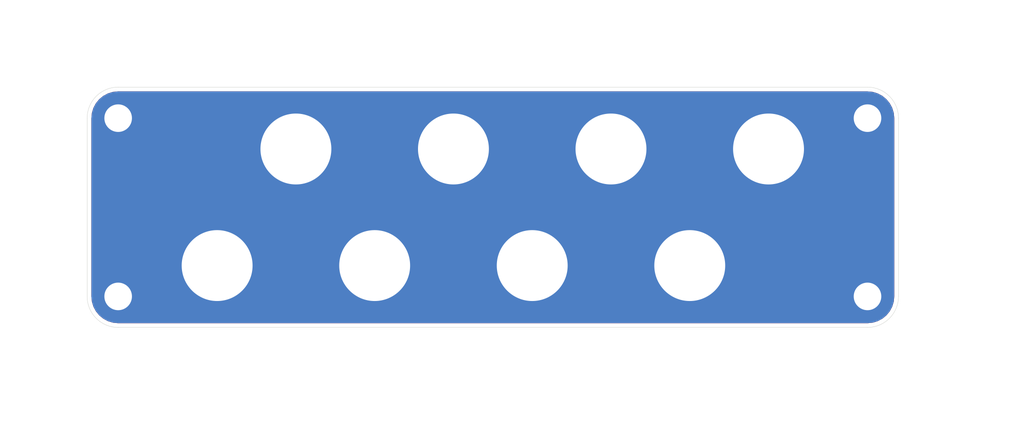
<source format=kicad_pcb>
(kicad_pcb (version 20171130) (host pcbnew "(5.1.5-0)")

  (general
    (thickness 1.6)
    (drawings 8)
    (tracks 5)
    (zones 0)
    (modules 8)
    (nets 2)
  )

  (page A4)
  (layers
    (0 F.Cu signal)
    (31 B.Cu signal)
    (32 B.Adhes user)
    (33 F.Adhes user)
    (34 B.Paste user)
    (35 F.Paste user)
    (36 B.SilkS user)
    (37 F.SilkS user)
    (38 B.Mask user)
    (39 F.Mask user)
    (40 Dwgs.User user)
    (41 Cmts.User user)
    (42 Eco1.User user)
    (43 Eco2.User user)
    (44 Edge.Cuts user)
    (45 Margin user)
    (46 B.CrtYd user)
    (47 F.CrtYd user)
    (48 B.Fab user)
    (49 F.Fab user)
  )

  (setup
    (last_trace_width 0.25)
    (trace_clearance 0.2)
    (zone_clearance 0.508)
    (zone_45_only no)
    (trace_min 0.2)
    (via_size 0.8)
    (via_drill 0.4)
    (via_min_size 0.4)
    (via_min_drill 0.3)
    (uvia_size 0.3)
    (uvia_drill 0.1)
    (uvias_allowed no)
    (uvia_min_size 0.2)
    (uvia_min_drill 0.1)
    (edge_width 0.05)
    (segment_width 0.2)
    (pcb_text_width 0.3)
    (pcb_text_size 1.5 1.5)
    (mod_edge_width 0.12)
    (mod_text_size 1 1)
    (mod_text_width 0.15)
    (pad_size 13 13)
    (pad_drill 6.5)
    (pad_to_mask_clearance 0.051)
    (solder_mask_min_width 0.25)
    (aux_axis_origin 0 0)
    (visible_elements FFFFFF7F)
    (pcbplotparams
      (layerselection 0x010fc_ffffffff)
      (usegerberextensions false)
      (usegerberattributes false)
      (usegerberadvancedattributes false)
      (creategerberjobfile false)
      (excludeedgelayer true)
      (linewidth 0.100000)
      (plotframeref false)
      (viasonmask false)
      (mode 1)
      (useauxorigin false)
      (hpglpennumber 1)
      (hpglpenspeed 20)
      (hpglpendiameter 15.000000)
      (psnegative false)
      (psa4output false)
      (plotreference true)
      (plotvalue true)
      (plotinvisibletext false)
      (padsonsilk false)
      (subtractmaskfromsilk false)
      (outputformat 1)
      (mirror false)
      (drillshape 0)
      (scaleselection 1)
      (outputdirectory "gerbers/front_v3/"))
  )

  (net 0 "")
  (net 1 GND)

  (net_class Default "This is the default net class."
    (clearance 0.2)
    (trace_width 0.25)
    (via_dia 0.8)
    (via_drill 0.4)
    (uvia_dia 0.3)
    (uvia_drill 0.1)
    (add_net GND)
  )

  (module 0my_footprints:sma_panel (layer F.Cu) (tedit 600A5C4F) (tstamp 60011637)
    (at 132.565 118.715)
    (path /5FC456FC)
    (fp_text reference J8 (at 0 0.5) (layer F.SilkS)
      (effects (font (size 1 1) (thickness 0.15)))
    )
    (fp_text value Conn_Coaxial (at 0 -0.5) (layer F.Fab)
      (effects (font (size 1 1) (thickness 0.15)))
    )
    (pad 2 thru_hole circle (at 0 0) (size 13 13) (drill 9) (layers *.Cu *.Mask)
      (net 1 GND))
  )

  (module 0my_footprints:sma_panel (layer F.Cu) (tedit 600A5C4F) (tstamp 60011632)
    (at 122.565 103.915)
    (path /5FC453BD)
    (fp_text reference J7 (at 0 0.5) (layer F.SilkS)
      (effects (font (size 1 1) (thickness 0.15)))
    )
    (fp_text value Conn_Coaxial (at 0 -0.5) (layer F.Fab)
      (effects (font (size 1 1) (thickness 0.15)))
    )
    (pad 2 thru_hole circle (at 0 0) (size 13 13) (drill 9) (layers *.Cu *.Mask)
      (net 1 GND))
  )

  (module 0my_footprints:sma_panel (layer F.Cu) (tedit 600A5C4F) (tstamp 6001162D)
    (at 112.565 118.715)
    (path /5FC44EB0)
    (fp_text reference J6 (at 0 0.5) (layer F.SilkS)
      (effects (font (size 1 1) (thickness 0.15)))
    )
    (fp_text value Conn_Coaxial (at 0 -0.5) (layer F.Fab)
      (effects (font (size 1 1) (thickness 0.15)))
    )
    (pad 2 thru_hole circle (at 0 0) (size 13 13) (drill 9) (layers *.Cu *.Mask)
      (net 1 GND))
  )

  (module 0my_footprints:sma_panel (layer F.Cu) (tedit 600A5C4F) (tstamp 60011628)
    (at 142.565 103.915)
    (path /5FC449E5)
    (fp_text reference J5 (at 0 0.5) (layer F.SilkS)
      (effects (font (size 1 1) (thickness 0.15)))
    )
    (fp_text value Conn_Coaxial (at 0 -0.5) (layer F.Fab)
      (effects (font (size 1 1) (thickness 0.15)))
    )
    (pad 2 thru_hole circle (at 0 0) (size 13 13) (drill 9) (layers *.Cu *.Mask)
      (net 1 GND))
  )

  (module 0my_footprints:sma_panel (layer F.Cu) (tedit 600A5C4F) (tstamp 60011551)
    (at 172.565 118.715)
    (path /5FC41E62)
    (fp_text reference J2 (at 0 0.5) (layer F.SilkS)
      (effects (font (size 1 1) (thickness 0.15)))
    )
    (fp_text value Conn_Coaxial (at 0 -0.5) (layer F.Fab)
      (effects (font (size 1 1) (thickness 0.15)))
    )
    (pad 2 thru_hole circle (at 0 0) (size 13 13) (drill 9) (layers *.Cu *.Mask)
      (net 1 GND))
  )

  (module 0my_footprints:sma_panel (layer F.Cu) (tedit 600A5C4F) (tstamp 600113B5)
    (at 152.565 118.715)
    (path /5FC445BF)
    (fp_text reference J4 (at 0 0.5) (layer F.SilkS)
      (effects (font (size 1 1) (thickness 0.15)))
    )
    (fp_text value Conn_Coaxial (at 0 -0.5) (layer F.Fab)
      (effects (font (size 1 1) (thickness 0.15)))
    )
    (pad 2 thru_hole circle (at 0 0) (size 13 13) (drill 9) (layers *.Cu *.Mask)
      (net 1 GND))
  )

  (module 0my_footprints:sma_panel (layer F.Cu) (tedit 600A5C4F) (tstamp 600113B0)
    (at 162.565 103.915)
    (path /5FC43C50)
    (fp_text reference J3 (at 0 0.5) (layer F.SilkS)
      (effects (font (size 1 1) (thickness 0.15)))
    )
    (fp_text value Conn_Coaxial (at 0 -0.5) (layer F.Fab)
      (effects (font (size 1 1) (thickness 0.15)))
    )
    (pad 2 thru_hole circle (at 0 0) (size 13 13) (drill 9) (layers *.Cu *.Mask)
      (net 1 GND))
  )

  (module 0my_footprints:sma_panel (layer F.Cu) (tedit 600A5C4F) (tstamp 600113A6)
    (at 182.565 103.915)
    (path /5FC41211)
    (fp_text reference J1 (at 0 0.5) (layer F.SilkS)
      (effects (font (size 1 1) (thickness 0.15)))
    )
    (fp_text value Conn_Coaxial (at 0 -0.5) (layer F.Fab)
      (effects (font (size 1 1) (thickness 0.15)))
    )
    (pad 2 thru_hole circle (at 0 0) (size 13 13) (drill 9) (layers *.Cu *.Mask)
      (net 1 GND))
  )

  (gr_arc (start 100 100) (end 96.065 100) (angle 90) (layer Edge.Cuts) (width 0.05))
  (gr_line (start 100 96.065) (end 195.13 96.065) (layer Edge.Cuts) (width 0.05))
  (gr_arc (start 195.13 100) (end 195.13 96.065) (angle 90) (layer Edge.Cuts) (width 0.05) (tstamp 5FC2B15F))
  (gr_line (start 199.065 100) (end 199.065 122.63) (layer Edge.Cuts) (width 0.05))
  (gr_arc (start 195.13 122.63) (end 199.065 122.63) (angle 90) (layer Edge.Cuts) (width 0.05) (tstamp 5FC2B156))
  (gr_line (start 195.13 126.565) (end 100 126.565) (layer Edge.Cuts) (width 0.05))
  (gr_arc (start 100 122.63) (end 100 126.565) (angle 90) (layer Edge.Cuts) (width 0.05) (tstamp 5FC2B148))
  (gr_line (start 96.065 122.63) (end 96.065 100) (layer Edge.Cuts) (width 0.05))

  (via (at 100 100) (size 5.8) (drill 3.5) (layers F.Cu B.Cu) (net 1))
  (via (at 100 122.63) (size 5.8) (drill 3.5) (layers F.Cu B.Cu) (net 1))
  (via (at 195.13 100) (size 5.8) (drill 3.5) (layers F.Cu B.Cu) (net 1))
  (via (at 195.13 122.63) (size 5.8) (drill 3.5) (layers F.Cu B.Cu) (net 1))
  (segment (start 152.565 118.715) (end 172.565 118.715) (width 0.25) (layer F.Cu) (net 1))

  (zone (net 1) (net_name GND) (layer F.Cu) (tstamp 5FC4820B) (hatch edge 0.508)
    (connect_pads yes (clearance 0.508))
    (min_thickness 0.254)
    (fill yes (arc_segments 32) (thermal_gap 0.508) (thermal_bridge_width 0.508))
    (polygon
      (pts
        (xy 205 130) (xy 95 130) (xy 95 90) (xy 205 90)
      )
    )
    (filled_polygon
      (pts
        (xy 195.765502 96.790476) (xy 196.376802 96.975039) (xy 196.940603 97.274817) (xy 197.435445 97.678399) (xy 197.842474 98.170412)
        (xy 198.146184 98.732112) (xy 198.335008 99.342104) (xy 198.405 100.008036) (xy 198.405001 122.597712) (xy 198.339524 123.265501)
        (xy 198.154962 123.8768) (xy 197.855183 124.440603) (xy 197.451598 124.935447) (xy 196.959587 125.342474) (xy 196.397888 125.646184)
        (xy 195.787896 125.835008) (xy 195.121964 125.905) (xy 100.032278 125.905) (xy 99.364499 125.839524) (xy 98.7532 125.654962)
        (xy 98.189397 125.355183) (xy 97.694553 124.951598) (xy 97.287526 124.459587) (xy 96.983816 123.897888) (xy 96.794992 123.287896)
        (xy 96.725 122.621964) (xy 96.725 100.032278) (xy 96.790476 99.364498) (xy 96.975039 98.753198) (xy 97.274817 98.189397)
        (xy 97.678399 97.694555) (xy 98.170412 97.287526) (xy 98.732112 96.983816) (xy 99.342104 96.794992) (xy 100.008036 96.725)
        (xy 195.097722 96.725)
      )
    )
  )
  (zone (net 1) (net_name GND) (layer B.Cu) (tstamp 5FC48208) (hatch edge 0.508)
    (connect_pads yes (clearance 0.508))
    (min_thickness 0.254)
    (fill yes (arc_segments 32) (thermal_gap 0.508) (thermal_bridge_width 0.508))
    (polygon
      (pts
        (xy 205 135) (xy 95 135) (xy 95 95) (xy 205 95)
      )
    )
    (filled_polygon
      (pts
        (xy 195.765502 96.790476) (xy 196.376802 96.975039) (xy 196.940603 97.274817) (xy 197.435445 97.678399) (xy 197.842474 98.170412)
        (xy 198.146184 98.732112) (xy 198.335008 99.342104) (xy 198.405 100.008036) (xy 198.405001 122.597712) (xy 198.339524 123.265501)
        (xy 198.154962 123.8768) (xy 197.855183 124.440603) (xy 197.451598 124.935447) (xy 196.959587 125.342474) (xy 196.397888 125.646184)
        (xy 195.787896 125.835008) (xy 195.121964 125.905) (xy 100.032278 125.905) (xy 99.364499 125.839524) (xy 98.7532 125.654962)
        (xy 98.189397 125.355183) (xy 97.694553 124.951598) (xy 97.287526 124.459587) (xy 96.983816 123.897888) (xy 96.794992 123.287896)
        (xy 96.725 122.621964) (xy 96.725 100.032278) (xy 96.790476 99.364498) (xy 96.975039 98.753198) (xy 97.274817 98.189397)
        (xy 97.678399 97.694555) (xy 98.170412 97.287526) (xy 98.732112 96.983816) (xy 99.342104 96.794992) (xy 100.008036 96.725)
        (xy 195.097722 96.725)
      )
    )
  )
  (zone (net 0) (net_name "") (layer B.Mask) (tstamp 5FC48205) (hatch edge 0.508)
    (connect_pads (clearance 0.508))
    (min_thickness 0.254)
    (fill yes (arc_segments 32) (thermal_gap 0.508) (thermal_bridge_width 0.508))
    (polygon
      (pts
        (xy 210 90) (xy 215 90) (xy 215 135) (xy 95 135) (xy 95 130)
        (xy 90 130) (xy 90 85) (xy 210 85)
      )
    )
    (filled_polygon
      (pts
        (xy 195.515697 96.083948) (xy 195.89768 96.14061) (xy 196.27227 96.23444) (xy 196.635859 96.364534) (xy 196.984946 96.52964)
        (xy 197.316169 96.728167) (xy 197.626338 96.958204) (xy 197.912465 97.217535) (xy 198.171796 97.503662) (xy 198.401833 97.813831)
        (xy 198.60036 98.145054) (xy 198.765466 98.494141) (xy 198.89556 98.85773) (xy 198.98939 99.23232) (xy 199.046052 99.614303)
        (xy 199.065 100) (xy 199.065 122.63) (xy 199.046052 123.015697) (xy 198.98939 123.39768) (xy 198.89556 123.77227)
        (xy 198.765466 124.135859) (xy 198.60036 124.484946) (xy 198.401833 124.816169) (xy 198.171796 125.126338) (xy 197.912465 125.412465)
        (xy 197.626338 125.671796) (xy 197.316169 125.901833) (xy 196.984946 126.10036) (xy 196.635859 126.265466) (xy 196.27227 126.39556)
        (xy 195.89768 126.48939) (xy 195.515697 126.546052) (xy 195.13 126.565) (xy 100 126.565) (xy 99.614303 126.546052)
        (xy 99.23232 126.48939) (xy 98.85773 126.39556) (xy 98.494141 126.265466) (xy 98.145054 126.10036) (xy 97.813831 125.901833)
        (xy 97.503662 125.671796) (xy 97.217535 125.412465) (xy 96.958204 125.126338) (xy 96.728167 124.816169) (xy 96.52964 124.484946)
        (xy 96.364534 124.135859) (xy 96.23444 123.77227) (xy 96.14061 123.39768) (xy 96.083948 123.015697) (xy 96.065 122.63)
        (xy 96.065 100) (xy 96.083948 99.614303) (xy 96.14061 99.23232) (xy 96.23444 98.85773) (xy 96.364534 98.494141)
        (xy 96.52964 98.145054) (xy 96.728167 97.813831) (xy 96.958204 97.503662) (xy 97.217535 97.217535) (xy 97.503662 96.958204)
        (xy 97.813831 96.728167) (xy 98.145054 96.52964) (xy 98.494141 96.364534) (xy 98.85773 96.23444) (xy 99.23232 96.14061)
        (xy 99.614303 96.083948) (xy 100 96.065) (xy 195.13 96.065)
      )
    )
  )
  (zone (net 0) (net_name "") (layer F.Mask) (tstamp 5FC48202) (hatch edge 0.508)
    (connect_pads (clearance 0.508))
    (min_thickness 0.254)
    (fill yes (arc_segments 32) (thermal_gap 0.508) (thermal_bridge_width 0.508))
    (polygon
      (pts
        (xy 210 140) (xy 85 140) (xy 85 85) (xy 210 85)
      )
    )
    (filled_polygon
      (pts
        (xy 195.515697 96.083948) (xy 195.89768 96.14061) (xy 196.27227 96.23444) (xy 196.635859 96.364534) (xy 196.984946 96.52964)
        (xy 197.316169 96.728167) (xy 197.626338 96.958204) (xy 197.912465 97.217535) (xy 198.171796 97.503662) (xy 198.401833 97.813831)
        (xy 198.60036 98.145054) (xy 198.765466 98.494141) (xy 198.89556 98.85773) (xy 198.98939 99.23232) (xy 199.046052 99.614303)
        (xy 199.065 100) (xy 199.065 122.63) (xy 199.046052 123.015697) (xy 198.98939 123.39768) (xy 198.89556 123.77227)
        (xy 198.765466 124.135859) (xy 198.60036 124.484946) (xy 198.401833 124.816169) (xy 198.171796 125.126338) (xy 197.912465 125.412465)
        (xy 197.626338 125.671796) (xy 197.316169 125.901833) (xy 196.984946 126.10036) (xy 196.635859 126.265466) (xy 196.27227 126.39556)
        (xy 195.89768 126.48939) (xy 195.515697 126.546052) (xy 195.13 126.565) (xy 100 126.565) (xy 99.614303 126.546052)
        (xy 99.23232 126.48939) (xy 98.85773 126.39556) (xy 98.494141 126.265466) (xy 98.145054 126.10036) (xy 97.813831 125.901833)
        (xy 97.503662 125.671796) (xy 97.217535 125.412465) (xy 96.958204 125.126338) (xy 96.728167 124.816169) (xy 96.52964 124.484946)
        (xy 96.364534 124.135859) (xy 96.23444 123.77227) (xy 96.14061 123.39768) (xy 96.083948 123.015697) (xy 96.065 122.63)
        (xy 96.065 100) (xy 96.083948 99.614303) (xy 96.14061 99.23232) (xy 96.23444 98.85773) (xy 96.364534 98.494141)
        (xy 96.52964 98.145054) (xy 96.728167 97.813831) (xy 96.958204 97.503662) (xy 97.217535 97.217535) (xy 97.503662 96.958204)
        (xy 97.813831 96.728167) (xy 98.145054 96.52964) (xy 98.494141 96.364534) (xy 98.85773 96.23444) (xy 99.23232 96.14061)
        (xy 99.614303 96.083948) (xy 100 96.065) (xy 195.13 96.065)
      )
    )
  )
)

</source>
